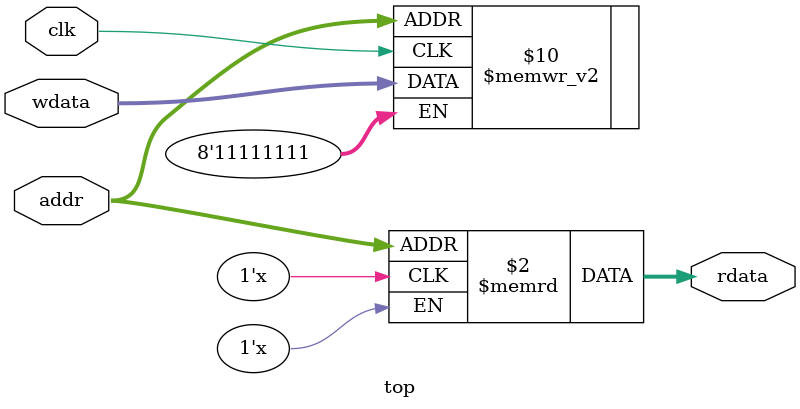
<source format=v>
module top(input clk, input [7:0] addr, wdata, output [7:0] rdata);
reg [7:0] memory [255:0];
assign rdata = memory[addr];
always @(posedge clk) memory[addr] <= wdata;
endmodule

</source>
